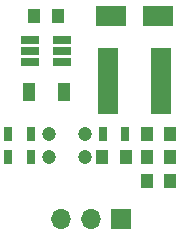
<source format=gts>
G04 #@! TF.GenerationSoftware,KiCad,Pcbnew,(5.1.7)-1*
G04 #@! TF.CreationDate,2021-11-13T23:39:05+01:00*
G04 #@! TF.ProjectId,psu-module-positive,7073752d-6d6f-4647-956c-652d706f7369,rev?*
G04 #@! TF.SameCoordinates,Original*
G04 #@! TF.FileFunction,Soldermask,Top*
G04 #@! TF.FilePolarity,Negative*
%FSLAX46Y46*%
G04 Gerber Fmt 4.6, Leading zero omitted, Abs format (unit mm)*
G04 Created by KiCad (PCBNEW (5.1.7)-1) date 2021-11-13 23:39:05*
%MOMM*%
%LPD*%
G01*
G04 APERTURE LIST*
%ADD10C,1.200000*%
%ADD11R,1.000000X1.250000*%
%ADD12R,0.700000X1.300000*%
%ADD13R,1.700000X1.700000*%
%ADD14O,1.700000X1.700000*%
%ADD15R,2.500000X1.800000*%
%ADD16R,1.000000X1.600000*%
%ADD17R,1.560000X0.650000*%
%ADD18R,1.700000X5.700000*%
G04 APERTURE END LIST*
D10*
X22000000Y-20500000D03*
X19000000Y-20500000D03*
X22000000Y-18500000D03*
X19000000Y-18500000D03*
D11*
X25500000Y-20500000D03*
X23500000Y-20500000D03*
D12*
X25450000Y-18500000D03*
X23550000Y-18500000D03*
X17450000Y-18500000D03*
X15550000Y-18500000D03*
X17450000Y-20500000D03*
X15550000Y-20500000D03*
D11*
X27250000Y-22500000D03*
X29250000Y-22500000D03*
X27250000Y-20500000D03*
X29250000Y-20500000D03*
D13*
X25040000Y-25750000D03*
D14*
X22500000Y-25750000D03*
X19960000Y-25750000D03*
D15*
X28250000Y-8500000D03*
X24250000Y-8500000D03*
D11*
X27250000Y-18500000D03*
X29250000Y-18500000D03*
X19750000Y-8500000D03*
X17750000Y-8500000D03*
D16*
X17250000Y-15000000D03*
X20250000Y-15000000D03*
D17*
X17400000Y-10550000D03*
X17400000Y-11500000D03*
X17400000Y-12450000D03*
X20100000Y-12450000D03*
X20100000Y-10550000D03*
X20100000Y-11500000D03*
D18*
X24000000Y-14000000D03*
X28500000Y-14000000D03*
M02*

</source>
